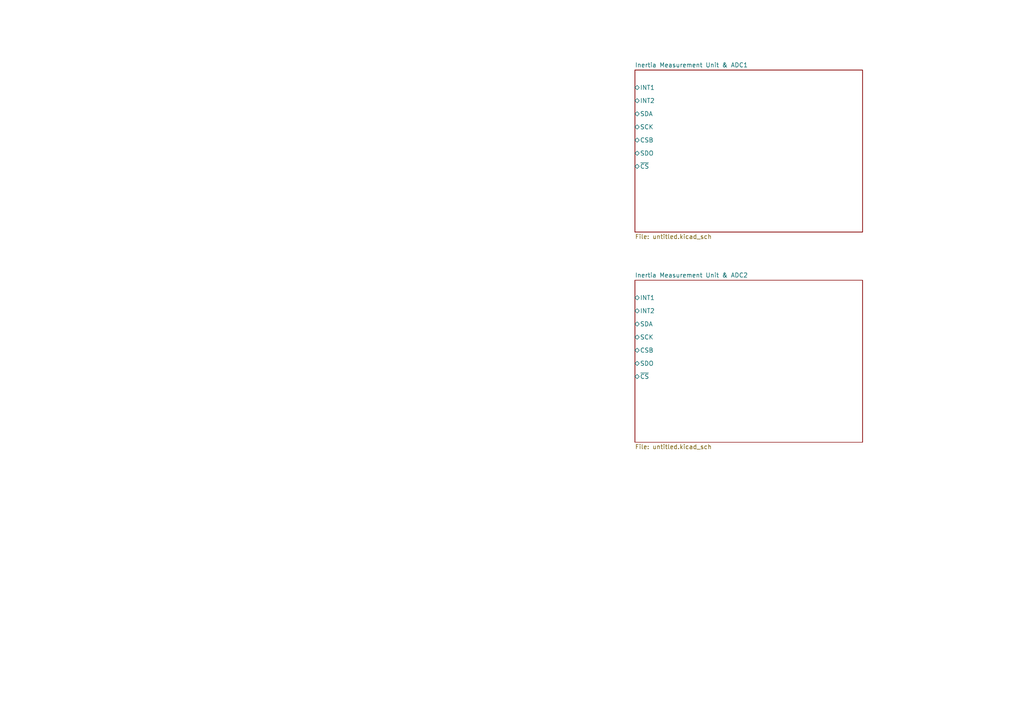
<source format=kicad_sch>
(kicad_sch (version 20211123) (generator eeschema)
  (paper "A4")
  (lib_symbols)
  (sheet (at 184.15 20.32) (size 66.04 46.99) (stroke (width 0.1524))
    (property "Sheet name" "Inertia Measurement Unit & ADC1" (at 184.15 19.6084 0) (effects (justify left bottom)))
    (property "Sheet file" "untitled.kicad_sch" (at 184.15 67.8946 0) (effects (justify left top)))
    (pin "INT1" bidirectional (at 184.15 25.4 180))
    (pin "INT2" bidirectional (at 184.15 29.21 180))
    (pin "SDA" bidirectional (at 184.15 33.02 180))
    (pin "SCK" bidirectional (at 184.15 36.83 180))
    (pin "CSB" bidirectional (at 184.15 40.64 180))
    (pin "SDO" bidirectional (at 184.15 44.45 180))
    (pin "~{CS}" bidirectional (at 184.15 48.26 180))
  )
  (sheet (at 184.15 81.28) (size 66.04 46.99) (stroke (width 0.1524))
    (property "Sheet name" "Inertia Measurement Unit & ADC2" (at 184.15 80.5684 0) (effects (justify left bottom)))
    (property "Sheet file" "untitled.kicad_sch" (at 184.15 128.8546 0) (effects (justify left top)))
    (pin "INT1" bidirectional (at 184.15 86.36 180))
    (pin "INT2" bidirectional (at 184.15 90.17 180))
    (pin "SDA" bidirectional (at 184.15 93.98 180))
    (pin "SCK" bidirectional (at 184.15 97.79 180))
    (pin "CSB" bidirectional (at 184.15 101.6 180))
    (pin "SDO" bidirectional (at 184.15 105.41 180))
    (pin "~{CS}" bidirectional (at 184.15 109.22 180))
  )
)
</source>
